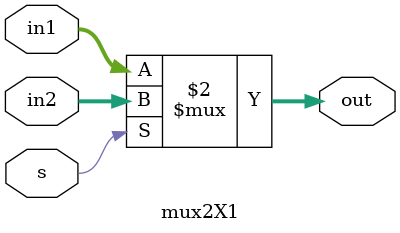
<source format=v>
module mux2X1 #(parameter size = 32) (in1, in2, s, out);             //19-11  found a syntax error with the name it was - mux2x1 - 

	// inputs	
	input s;
	input [size-1:0] in1, in2;
	
	// outputs
	output [size-1:0] out;

	// Unit logic
	assign out = (~s) ? in1 : in2;
	
endmodule
</source>
